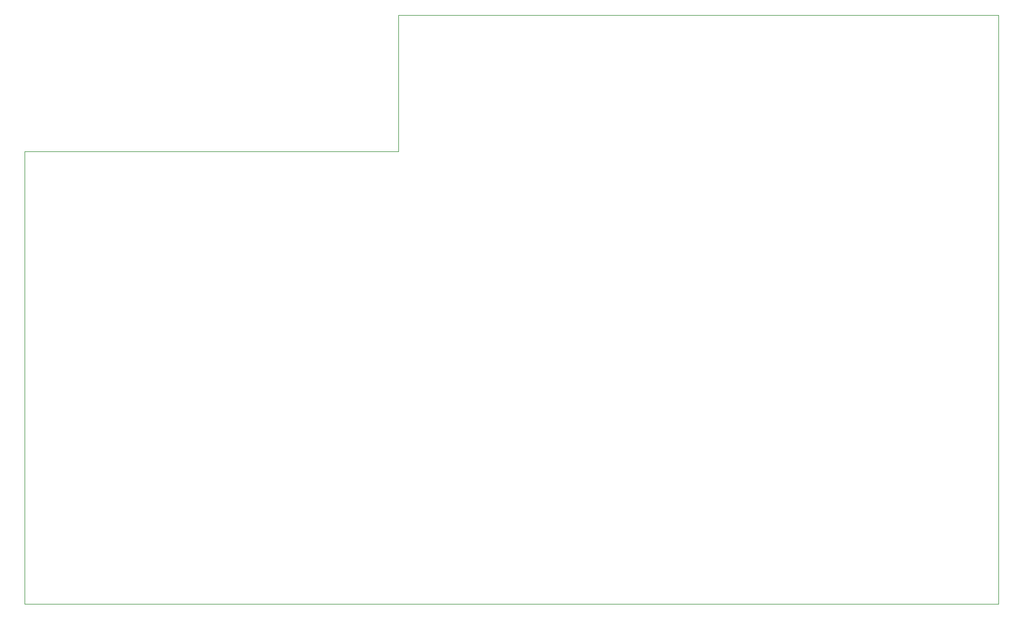
<source format=gm1>
G04 #@! TF.GenerationSoftware,KiCad,Pcbnew,(6.0.7)*
G04 #@! TF.CreationDate,2023-08-17T19:04:11+07:00*
G04 #@! TF.ProjectId,ECELab_v1,4543454c-6162-45f7-9631-2e6b69636164,rev?*
G04 #@! TF.SameCoordinates,Original*
G04 #@! TF.FileFunction,Profile,NP*
%FSLAX46Y46*%
G04 Gerber Fmt 4.6, Leading zero omitted, Abs format (unit mm)*
G04 Created by KiCad (PCBNEW (6.0.7)) date 2023-08-17 19:04:11*
%MOMM*%
%LPD*%
G01*
G04 APERTURE LIST*
G04 #@! TA.AperFunction,Profile*
%ADD10C,0.100000*%
G04 #@! TD*
G04 APERTURE END LIST*
D10*
X103936800Y-152120600D02*
X103936800Y-83566000D01*
X251460000Y-152120600D02*
X103936800Y-152120600D01*
X160578800Y-62839600D02*
X251460000Y-62839600D01*
X160578800Y-83566000D02*
X160578800Y-62839600D01*
X251460000Y-62839600D02*
X251460000Y-152120600D01*
X103936800Y-83566000D02*
X160578800Y-83566000D01*
M02*

</source>
